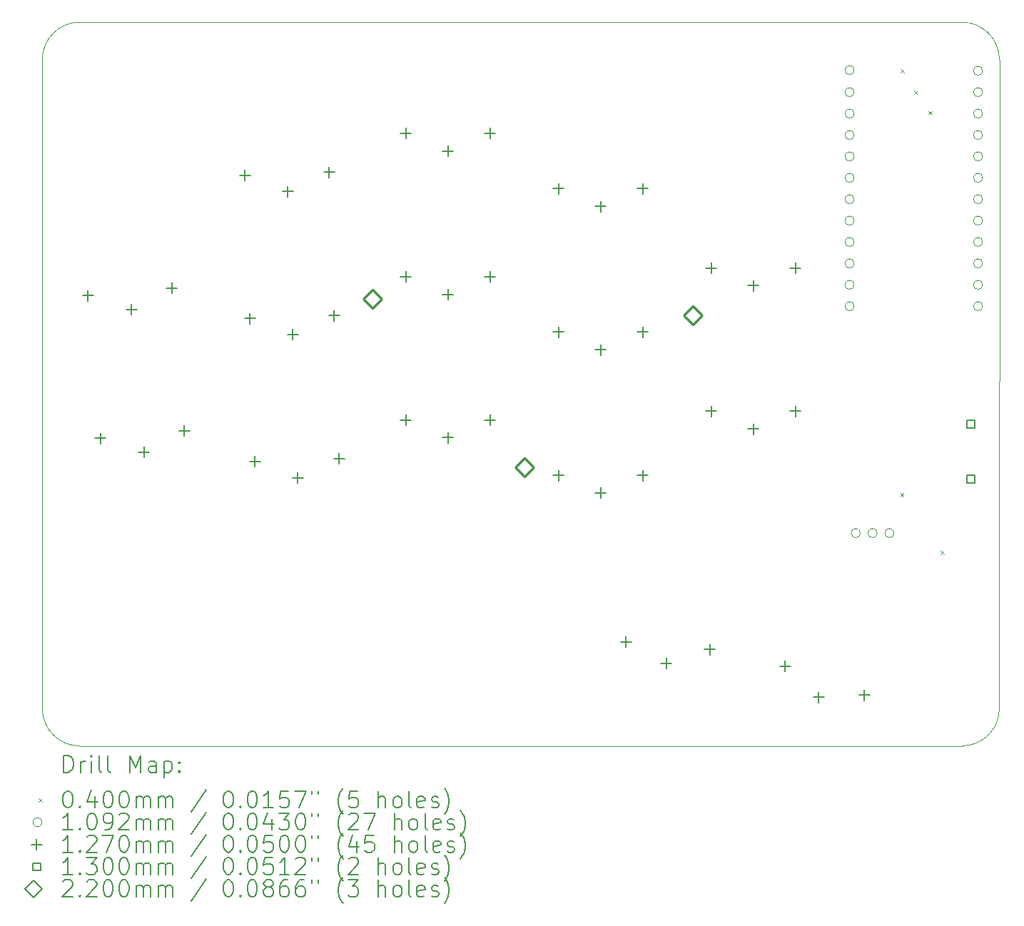
<source format=gbr>
%FSLAX45Y45*%
G04 Gerber Fmt 4.5, Leading zero omitted, Abs format (unit mm)*
G04 Created by KiCad (PCBNEW (6.0.4)) date 2022-06-21 01:29:24*
%MOMM*%
%LPD*%
G01*
G04 APERTURE LIST*
%TA.AperFunction,Profile*%
%ADD10C,0.050000*%
%TD*%
%ADD11C,0.200000*%
%ADD12C,0.040000*%
%ADD13C,0.109220*%
%ADD14C,0.127000*%
%ADD15C,0.130000*%
%ADD16C,0.220000*%
G04 APERTURE END LIST*
D10*
X16191709Y11820509D02*
G75*
G03*
X15747209Y12265009I-444499J1D01*
G01*
X4836209Y4119509D02*
G75*
G03*
X5280709Y3675009I444501J1D01*
G01*
X16191348Y4119674D02*
X16191709Y11820509D01*
X5280709Y3675009D02*
X15746848Y3675174D01*
X15747209Y12265009D02*
X5280345Y12265295D01*
X5280345Y12265295D02*
G75*
G03*
X4835845Y11820795I-1J-444499D01*
G01*
X15746848Y3675172D02*
G75*
G03*
X16191348Y4119674I2J444498D01*
G01*
X4835845Y11820795D02*
X4836209Y4119509D01*
D11*
D12*
X15016800Y6674800D02*
X15056800Y6634800D01*
X15056800Y6674800D02*
X15016800Y6634800D01*
X15020181Y11706478D02*
X15060181Y11666478D01*
X15060181Y11706478D02*
X15020181Y11666478D01*
X15181900Y11450000D02*
X15221900Y11410000D01*
X15221900Y11450000D02*
X15181900Y11410000D01*
X15349116Y11210816D02*
X15389116Y11170816D01*
X15389116Y11210816D02*
X15349116Y11170816D01*
X15496511Y5989000D02*
X15536511Y5949000D01*
X15536511Y5989000D02*
X15496511Y5949000D01*
D13*
X14469110Y11696700D02*
G75*
G03*
X14469110Y11696700I-54610J0D01*
G01*
X14469110Y11434325D02*
G75*
G03*
X14469110Y11434325I-54610J0D01*
G01*
X14469110Y11180325D02*
G75*
G03*
X14469110Y11180325I-54610J0D01*
G01*
X14469110Y10926325D02*
G75*
G03*
X14469110Y10926325I-54610J0D01*
G01*
X14469110Y10672325D02*
G75*
G03*
X14469110Y10672325I-54610J0D01*
G01*
X14469110Y10418325D02*
G75*
G03*
X14469110Y10418325I-54610J0D01*
G01*
X14469110Y10164325D02*
G75*
G03*
X14469110Y10164325I-54610J0D01*
G01*
X14469110Y9910325D02*
G75*
G03*
X14469110Y9910325I-54610J0D01*
G01*
X14469110Y9656325D02*
G75*
G03*
X14469110Y9656325I-54610J0D01*
G01*
X14469110Y9402325D02*
G75*
G03*
X14469110Y9402325I-54610J0D01*
G01*
X14469110Y9148325D02*
G75*
G03*
X14469110Y9148325I-54610J0D01*
G01*
X14469110Y8894325D02*
G75*
G03*
X14469110Y8894325I-54610J0D01*
G01*
X14541796Y6201138D02*
G75*
G03*
X14541796Y6201138I-54610J0D01*
G01*
X14741796Y6201138D02*
G75*
G03*
X14741796Y6201138I-54610J0D01*
G01*
X14941796Y6201138D02*
G75*
G03*
X14941796Y6201138I-54610J0D01*
G01*
X15993110Y11688325D02*
G75*
G03*
X15993110Y11688325I-54610J0D01*
G01*
X15993110Y11434325D02*
G75*
G03*
X15993110Y11434325I-54610J0D01*
G01*
X15993110Y11180325D02*
G75*
G03*
X15993110Y11180325I-54610J0D01*
G01*
X15993110Y10926325D02*
G75*
G03*
X15993110Y10926325I-54610J0D01*
G01*
X15993110Y10672325D02*
G75*
G03*
X15993110Y10672325I-54610J0D01*
G01*
X15993110Y10418325D02*
G75*
G03*
X15993110Y10418325I-54610J0D01*
G01*
X15993110Y10164325D02*
G75*
G03*
X15993110Y10164325I-54610J0D01*
G01*
X15993110Y9910325D02*
G75*
G03*
X15993110Y9910325I-54610J0D01*
G01*
X15993110Y9656325D02*
G75*
G03*
X15993110Y9656325I-54610J0D01*
G01*
X15993110Y9402325D02*
G75*
G03*
X15993110Y9402325I-54610J0D01*
G01*
X15993110Y9148325D02*
G75*
G03*
X15993110Y9148325I-54610J0D01*
G01*
X15993110Y8894325D02*
G75*
G03*
X15993110Y8894325I-54610J0D01*
G01*
D14*
X5377015Y9085704D02*
X5377015Y8958704D01*
X5313515Y9022204D02*
X5440515Y9022204D01*
X5525180Y7392172D02*
X5525180Y7265172D01*
X5461680Y7328672D02*
X5588680Y7328672D01*
X5893415Y8920081D02*
X5893415Y8793081D01*
X5829915Y8856581D02*
X5956915Y8856581D01*
X6041580Y7226549D02*
X6041580Y7099549D01*
X5978080Y7163049D02*
X6105080Y7163049D01*
X6373210Y9172859D02*
X6373210Y9045859D01*
X6309710Y9109359D02*
X6436710Y9109359D01*
X6521374Y7479328D02*
X6521374Y7352328D01*
X6457874Y7415828D02*
X6584874Y7415828D01*
X7240559Y10512126D02*
X7240559Y10385126D01*
X7177059Y10448626D02*
X7304059Y10448626D01*
X7299888Y8813162D02*
X7299888Y8686162D01*
X7236388Y8749662D02*
X7363388Y8749662D01*
X7359217Y7114198D02*
X7359217Y6987198D01*
X7295717Y7050698D02*
X7422717Y7050698D01*
X7747583Y10319704D02*
X7747583Y10192704D01*
X7684083Y10256204D02*
X7811083Y10256204D01*
X7806912Y8620740D02*
X7806912Y8493740D01*
X7743412Y8557240D02*
X7870412Y8557240D01*
X7866242Y6921775D02*
X7866242Y6794775D01*
X7802742Y6858275D02*
X7929742Y6858275D01*
X8239950Y10547026D02*
X8239950Y10420026D01*
X8176450Y10483526D02*
X8303450Y10483526D01*
X8299279Y8848062D02*
X8299279Y8721062D01*
X8235779Y8784562D02*
X8362779Y8784562D01*
X8358608Y7149097D02*
X8358608Y7022097D01*
X8295108Y7085597D02*
X8422108Y7085597D01*
X9149582Y9308199D02*
X9149582Y9181199D01*
X9086082Y9244699D02*
X9213082Y9244699D01*
X9149582Y7608199D02*
X9149582Y7481199D01*
X9086082Y7544699D02*
X9213082Y7544699D01*
X9149582Y11008199D02*
X9149582Y10881199D01*
X9086082Y10944699D02*
X9213082Y10944699D01*
X9649582Y9098199D02*
X9649582Y8971199D01*
X9586082Y9034699D02*
X9713082Y9034699D01*
X9649582Y7398199D02*
X9649582Y7271199D01*
X9586082Y7334699D02*
X9713082Y7334699D01*
X9649582Y10798199D02*
X9649582Y10671199D01*
X9586082Y10734699D02*
X9713082Y10734699D01*
X10149582Y9308199D02*
X10149582Y9181199D01*
X10086082Y9244699D02*
X10213082Y9244699D01*
X10149582Y7608199D02*
X10149582Y7481199D01*
X10086082Y7544699D02*
X10213082Y7544699D01*
X10149582Y11008199D02*
X10149582Y10881199D01*
X10086082Y10944699D02*
X10213082Y10944699D01*
X10961109Y10352102D02*
X10961109Y10225102D01*
X10897609Y10288602D02*
X11024609Y10288602D01*
X10961109Y8652102D02*
X10961109Y8525102D01*
X10897609Y8588602D02*
X11024609Y8588602D01*
X10961109Y6952102D02*
X10961109Y6825102D01*
X10897609Y6888602D02*
X11024609Y6888602D01*
X11461109Y10142102D02*
X11461109Y10015102D01*
X11397609Y10078602D02*
X11524609Y10078602D01*
X11461109Y8442102D02*
X11461109Y8315102D01*
X11397609Y8378602D02*
X11524609Y8378602D01*
X11461109Y6742102D02*
X11461109Y6615102D01*
X11397609Y6678602D02*
X11524609Y6678602D01*
X11759785Y4971682D02*
X11759785Y4844682D01*
X11696285Y4908182D02*
X11823285Y4908182D01*
X11961109Y10352102D02*
X11961109Y10225102D01*
X11897609Y10288602D02*
X12024609Y10288602D01*
X11961109Y8652102D02*
X11961109Y8525102D01*
X11897609Y8588602D02*
X12024609Y8588602D01*
X11961109Y6952102D02*
X11961109Y6825102D01*
X11897609Y6888602D02*
X12024609Y6888602D01*
X12239580Y4718903D02*
X12239580Y4591903D01*
X12176080Y4655403D02*
X12303080Y4655403D01*
X12755980Y4884526D02*
X12755980Y4757526D01*
X12692480Y4821026D02*
X12819480Y4821026D01*
X12771828Y9411385D02*
X12771828Y9284385D01*
X12708328Y9347885D02*
X12835328Y9347885D01*
X12771828Y7711385D02*
X12771828Y7584385D01*
X12708328Y7647885D02*
X12835328Y7647885D01*
X13271828Y9201385D02*
X13271828Y9074385D01*
X13208328Y9137885D02*
X13335328Y9137885D01*
X13271828Y7501385D02*
X13271828Y7374385D01*
X13208328Y7437885D02*
X13335328Y7437885D01*
X13650121Y4686300D02*
X13650121Y4559300D01*
X13586621Y4622800D02*
X13713621Y4622800D01*
X13771828Y9411385D02*
X13771828Y9284385D01*
X13708328Y9347885D02*
X13835328Y9347885D01*
X13771828Y7711385D02*
X13771828Y7584385D01*
X13708328Y7647885D02*
X13835328Y7647885D01*
X14048143Y4317955D02*
X14048143Y4190954D01*
X13984643Y4254455D02*
X14111643Y4254455D01*
X14589814Y4344280D02*
X14589814Y4217280D01*
X14526314Y4280780D02*
X14653314Y4280780D01*
D15*
X15895562Y7447038D02*
X15895562Y7538962D01*
X15803638Y7538962D01*
X15803638Y7447038D01*
X15895562Y7447038D01*
X15895562Y6797038D02*
X15895562Y6888962D01*
X15803638Y6888962D01*
X15803638Y6797038D01*
X15895562Y6797038D01*
D16*
X8752419Y8872937D02*
X8862419Y8982937D01*
X8752419Y9092937D01*
X8642419Y8982937D01*
X8752419Y8872937D01*
X10555109Y6870848D02*
X10665109Y6980848D01*
X10555109Y7090848D01*
X10445109Y6980848D01*
X10555109Y6870848D01*
X12557198Y8673537D02*
X12667198Y8783537D01*
X12557198Y8893537D01*
X12447198Y8783537D01*
X12557198Y8673537D01*
D11*
X5090964Y3362033D02*
X5090964Y3562033D01*
X5138583Y3562033D01*
X5167154Y3552509D01*
X5186202Y3533461D01*
X5195726Y3514414D01*
X5205250Y3476318D01*
X5205250Y3447747D01*
X5195726Y3409652D01*
X5186202Y3390604D01*
X5167154Y3371557D01*
X5138583Y3362033D01*
X5090964Y3362033D01*
X5290964Y3362033D02*
X5290964Y3495366D01*
X5290964Y3457271D02*
X5300488Y3476318D01*
X5310011Y3485842D01*
X5329059Y3495366D01*
X5348107Y3495366D01*
X5414773Y3362033D02*
X5414773Y3495366D01*
X5414773Y3562033D02*
X5405250Y3552509D01*
X5414773Y3542985D01*
X5424297Y3552509D01*
X5414773Y3562033D01*
X5414773Y3542985D01*
X5538583Y3362033D02*
X5519535Y3371557D01*
X5510011Y3390604D01*
X5510011Y3562033D01*
X5643345Y3362033D02*
X5624297Y3371557D01*
X5614773Y3390604D01*
X5614773Y3562033D01*
X5871916Y3362033D02*
X5871916Y3562033D01*
X5938583Y3419176D01*
X6005249Y3562033D01*
X6005249Y3362033D01*
X6186202Y3362033D02*
X6186202Y3466795D01*
X6176678Y3485842D01*
X6157630Y3495366D01*
X6119535Y3495366D01*
X6100488Y3485842D01*
X6186202Y3371557D02*
X6167154Y3362033D01*
X6119535Y3362033D01*
X6100488Y3371557D01*
X6090964Y3390604D01*
X6090964Y3409652D01*
X6100488Y3428699D01*
X6119535Y3438223D01*
X6167154Y3438223D01*
X6186202Y3447747D01*
X6281440Y3495366D02*
X6281440Y3295366D01*
X6281440Y3485842D02*
X6300488Y3495366D01*
X6338583Y3495366D01*
X6357630Y3485842D01*
X6367154Y3476318D01*
X6376678Y3457271D01*
X6376678Y3400128D01*
X6367154Y3381080D01*
X6357630Y3371557D01*
X6338583Y3362033D01*
X6300488Y3362033D01*
X6281440Y3371557D01*
X6462392Y3381080D02*
X6471916Y3371557D01*
X6462392Y3362033D01*
X6452869Y3371557D01*
X6462392Y3381080D01*
X6462392Y3362033D01*
X6462392Y3485842D02*
X6471916Y3476318D01*
X6462392Y3466795D01*
X6452869Y3476318D01*
X6462392Y3485842D01*
X6462392Y3466795D01*
D12*
X4793345Y3052509D02*
X4833345Y3012509D01*
X4833345Y3052509D02*
X4793345Y3012509D01*
D11*
X5129059Y3142033D02*
X5148107Y3142033D01*
X5167154Y3132509D01*
X5176678Y3122985D01*
X5186202Y3103937D01*
X5195726Y3065842D01*
X5195726Y3018223D01*
X5186202Y2980128D01*
X5176678Y2961080D01*
X5167154Y2951557D01*
X5148107Y2942033D01*
X5129059Y2942033D01*
X5110011Y2951557D01*
X5100488Y2961080D01*
X5090964Y2980128D01*
X5081440Y3018223D01*
X5081440Y3065842D01*
X5090964Y3103937D01*
X5100488Y3122985D01*
X5110011Y3132509D01*
X5129059Y3142033D01*
X5281440Y2961080D02*
X5290964Y2951557D01*
X5281440Y2942033D01*
X5271916Y2951557D01*
X5281440Y2961080D01*
X5281440Y2942033D01*
X5462392Y3075366D02*
X5462392Y2942033D01*
X5414773Y3151557D02*
X5367154Y3008699D01*
X5490964Y3008699D01*
X5605249Y3142033D02*
X5624297Y3142033D01*
X5643345Y3132509D01*
X5652869Y3122985D01*
X5662392Y3103937D01*
X5671916Y3065842D01*
X5671916Y3018223D01*
X5662392Y2980128D01*
X5652869Y2961080D01*
X5643345Y2951557D01*
X5624297Y2942033D01*
X5605249Y2942033D01*
X5586202Y2951557D01*
X5576678Y2961080D01*
X5567154Y2980128D01*
X5557631Y3018223D01*
X5557631Y3065842D01*
X5567154Y3103937D01*
X5576678Y3122985D01*
X5586202Y3132509D01*
X5605249Y3142033D01*
X5795726Y3142033D02*
X5814773Y3142033D01*
X5833821Y3132509D01*
X5843345Y3122985D01*
X5852869Y3103937D01*
X5862392Y3065842D01*
X5862392Y3018223D01*
X5852869Y2980128D01*
X5843345Y2961080D01*
X5833821Y2951557D01*
X5814773Y2942033D01*
X5795726Y2942033D01*
X5776678Y2951557D01*
X5767154Y2961080D01*
X5757630Y2980128D01*
X5748107Y3018223D01*
X5748107Y3065842D01*
X5757630Y3103937D01*
X5767154Y3122985D01*
X5776678Y3132509D01*
X5795726Y3142033D01*
X5948107Y2942033D02*
X5948107Y3075366D01*
X5948107Y3056318D02*
X5957630Y3065842D01*
X5976678Y3075366D01*
X6005249Y3075366D01*
X6024297Y3065842D01*
X6033821Y3046795D01*
X6033821Y2942033D01*
X6033821Y3046795D02*
X6043345Y3065842D01*
X6062392Y3075366D01*
X6090964Y3075366D01*
X6110011Y3065842D01*
X6119535Y3046795D01*
X6119535Y2942033D01*
X6214773Y2942033D02*
X6214773Y3075366D01*
X6214773Y3056318D02*
X6224297Y3065842D01*
X6243345Y3075366D01*
X6271916Y3075366D01*
X6290964Y3065842D01*
X6300488Y3046795D01*
X6300488Y2942033D01*
X6300488Y3046795D02*
X6310011Y3065842D01*
X6329059Y3075366D01*
X6357630Y3075366D01*
X6376678Y3065842D01*
X6386202Y3046795D01*
X6386202Y2942033D01*
X6776678Y3151557D02*
X6605249Y2894414D01*
X7033821Y3142033D02*
X7052869Y3142033D01*
X7071916Y3132509D01*
X7081440Y3122985D01*
X7090964Y3103937D01*
X7100488Y3065842D01*
X7100488Y3018223D01*
X7090964Y2980128D01*
X7081440Y2961080D01*
X7071916Y2951557D01*
X7052869Y2942033D01*
X7033821Y2942033D01*
X7014773Y2951557D01*
X7005249Y2961080D01*
X6995726Y2980128D01*
X6986202Y3018223D01*
X6986202Y3065842D01*
X6995726Y3103937D01*
X7005249Y3122985D01*
X7014773Y3132509D01*
X7033821Y3142033D01*
X7186202Y2961080D02*
X7195726Y2951557D01*
X7186202Y2942033D01*
X7176678Y2951557D01*
X7186202Y2961080D01*
X7186202Y2942033D01*
X7319535Y3142033D02*
X7338583Y3142033D01*
X7357630Y3132509D01*
X7367154Y3122985D01*
X7376678Y3103937D01*
X7386202Y3065842D01*
X7386202Y3018223D01*
X7376678Y2980128D01*
X7367154Y2961080D01*
X7357630Y2951557D01*
X7338583Y2942033D01*
X7319535Y2942033D01*
X7300488Y2951557D01*
X7290964Y2961080D01*
X7281440Y2980128D01*
X7271916Y3018223D01*
X7271916Y3065842D01*
X7281440Y3103937D01*
X7290964Y3122985D01*
X7300488Y3132509D01*
X7319535Y3142033D01*
X7576678Y2942033D02*
X7462392Y2942033D01*
X7519535Y2942033D02*
X7519535Y3142033D01*
X7500488Y3113461D01*
X7481440Y3094414D01*
X7462392Y3084890D01*
X7757630Y3142033D02*
X7662392Y3142033D01*
X7652869Y3046795D01*
X7662392Y3056318D01*
X7681440Y3065842D01*
X7729059Y3065842D01*
X7748107Y3056318D01*
X7757630Y3046795D01*
X7767154Y3027747D01*
X7767154Y2980128D01*
X7757630Y2961080D01*
X7748107Y2951557D01*
X7729059Y2942033D01*
X7681440Y2942033D01*
X7662392Y2951557D01*
X7652869Y2961080D01*
X7833821Y3142033D02*
X7967154Y3142033D01*
X7881440Y2942033D01*
X8033821Y3142033D02*
X8033821Y3103937D01*
X8110011Y3142033D02*
X8110011Y3103937D01*
X8405250Y2865842D02*
X8395726Y2875366D01*
X8376678Y2903937D01*
X8367154Y2922985D01*
X8357630Y2951557D01*
X8348107Y2999176D01*
X8348107Y3037271D01*
X8357630Y3084890D01*
X8367154Y3113461D01*
X8376678Y3132509D01*
X8395726Y3161080D01*
X8405250Y3170604D01*
X8576678Y3142033D02*
X8481440Y3142033D01*
X8471916Y3046795D01*
X8481440Y3056318D01*
X8500488Y3065842D01*
X8548107Y3065842D01*
X8567154Y3056318D01*
X8576678Y3046795D01*
X8586202Y3027747D01*
X8586202Y2980128D01*
X8576678Y2961080D01*
X8567154Y2951557D01*
X8548107Y2942033D01*
X8500488Y2942033D01*
X8481440Y2951557D01*
X8471916Y2961080D01*
X8824297Y2942033D02*
X8824297Y3142033D01*
X8910011Y2942033D02*
X8910011Y3046795D01*
X8900488Y3065842D01*
X8881440Y3075366D01*
X8852869Y3075366D01*
X8833821Y3065842D01*
X8824297Y3056318D01*
X9033821Y2942033D02*
X9014773Y2951557D01*
X9005250Y2961080D01*
X8995726Y2980128D01*
X8995726Y3037271D01*
X9005250Y3056318D01*
X9014773Y3065842D01*
X9033821Y3075366D01*
X9062392Y3075366D01*
X9081440Y3065842D01*
X9090964Y3056318D01*
X9100488Y3037271D01*
X9100488Y2980128D01*
X9090964Y2961080D01*
X9081440Y2951557D01*
X9062392Y2942033D01*
X9033821Y2942033D01*
X9214773Y2942033D02*
X9195726Y2951557D01*
X9186202Y2970604D01*
X9186202Y3142033D01*
X9367154Y2951557D02*
X9348107Y2942033D01*
X9310011Y2942033D01*
X9290964Y2951557D01*
X9281440Y2970604D01*
X9281440Y3046795D01*
X9290964Y3065842D01*
X9310011Y3075366D01*
X9348107Y3075366D01*
X9367154Y3065842D01*
X9376678Y3046795D01*
X9376678Y3027747D01*
X9281440Y3008699D01*
X9452869Y2951557D02*
X9471916Y2942033D01*
X9510011Y2942033D01*
X9529059Y2951557D01*
X9538583Y2970604D01*
X9538583Y2980128D01*
X9529059Y2999176D01*
X9510011Y3008699D01*
X9481440Y3008699D01*
X9462392Y3018223D01*
X9452869Y3037271D01*
X9452869Y3046795D01*
X9462392Y3065842D01*
X9481440Y3075366D01*
X9510011Y3075366D01*
X9529059Y3065842D01*
X9605250Y2865842D02*
X9614773Y2875366D01*
X9633821Y2903937D01*
X9643345Y2922985D01*
X9652869Y2951557D01*
X9662392Y2999176D01*
X9662392Y3037271D01*
X9652869Y3084890D01*
X9643345Y3113461D01*
X9633821Y3132509D01*
X9614773Y3161080D01*
X9605250Y3170604D01*
D13*
X4833345Y2768509D02*
G75*
G03*
X4833345Y2768509I-54610J0D01*
G01*
D11*
X5195726Y2678033D02*
X5081440Y2678033D01*
X5138583Y2678033D02*
X5138583Y2878033D01*
X5119535Y2849461D01*
X5100488Y2830414D01*
X5081440Y2820890D01*
X5281440Y2697080D02*
X5290964Y2687557D01*
X5281440Y2678033D01*
X5271916Y2687557D01*
X5281440Y2697080D01*
X5281440Y2678033D01*
X5414773Y2878033D02*
X5433821Y2878033D01*
X5452869Y2868509D01*
X5462392Y2858985D01*
X5471916Y2839937D01*
X5481440Y2801842D01*
X5481440Y2754223D01*
X5471916Y2716128D01*
X5462392Y2697080D01*
X5452869Y2687557D01*
X5433821Y2678033D01*
X5414773Y2678033D01*
X5395726Y2687557D01*
X5386202Y2697080D01*
X5376678Y2716128D01*
X5367154Y2754223D01*
X5367154Y2801842D01*
X5376678Y2839937D01*
X5386202Y2858985D01*
X5395726Y2868509D01*
X5414773Y2878033D01*
X5576678Y2678033D02*
X5614773Y2678033D01*
X5633821Y2687557D01*
X5643345Y2697080D01*
X5662392Y2725652D01*
X5671916Y2763747D01*
X5671916Y2839937D01*
X5662392Y2858985D01*
X5652869Y2868509D01*
X5633821Y2878033D01*
X5595726Y2878033D01*
X5576678Y2868509D01*
X5567154Y2858985D01*
X5557631Y2839937D01*
X5557631Y2792319D01*
X5567154Y2773271D01*
X5576678Y2763747D01*
X5595726Y2754223D01*
X5633821Y2754223D01*
X5652869Y2763747D01*
X5662392Y2773271D01*
X5671916Y2792319D01*
X5748107Y2858985D02*
X5757630Y2868509D01*
X5776678Y2878033D01*
X5824297Y2878033D01*
X5843345Y2868509D01*
X5852869Y2858985D01*
X5862392Y2839937D01*
X5862392Y2820890D01*
X5852869Y2792319D01*
X5738583Y2678033D01*
X5862392Y2678033D01*
X5948107Y2678033D02*
X5948107Y2811366D01*
X5948107Y2792319D02*
X5957630Y2801842D01*
X5976678Y2811366D01*
X6005249Y2811366D01*
X6024297Y2801842D01*
X6033821Y2782795D01*
X6033821Y2678033D01*
X6033821Y2782795D02*
X6043345Y2801842D01*
X6062392Y2811366D01*
X6090964Y2811366D01*
X6110011Y2801842D01*
X6119535Y2782795D01*
X6119535Y2678033D01*
X6214773Y2678033D02*
X6214773Y2811366D01*
X6214773Y2792319D02*
X6224297Y2801842D01*
X6243345Y2811366D01*
X6271916Y2811366D01*
X6290964Y2801842D01*
X6300488Y2782795D01*
X6300488Y2678033D01*
X6300488Y2782795D02*
X6310011Y2801842D01*
X6329059Y2811366D01*
X6357630Y2811366D01*
X6376678Y2801842D01*
X6386202Y2782795D01*
X6386202Y2678033D01*
X6776678Y2887557D02*
X6605249Y2630414D01*
X7033821Y2878033D02*
X7052869Y2878033D01*
X7071916Y2868509D01*
X7081440Y2858985D01*
X7090964Y2839937D01*
X7100488Y2801842D01*
X7100488Y2754223D01*
X7090964Y2716128D01*
X7081440Y2697080D01*
X7071916Y2687557D01*
X7052869Y2678033D01*
X7033821Y2678033D01*
X7014773Y2687557D01*
X7005249Y2697080D01*
X6995726Y2716128D01*
X6986202Y2754223D01*
X6986202Y2801842D01*
X6995726Y2839937D01*
X7005249Y2858985D01*
X7014773Y2868509D01*
X7033821Y2878033D01*
X7186202Y2697080D02*
X7195726Y2687557D01*
X7186202Y2678033D01*
X7176678Y2687557D01*
X7186202Y2697080D01*
X7186202Y2678033D01*
X7319535Y2878033D02*
X7338583Y2878033D01*
X7357630Y2868509D01*
X7367154Y2858985D01*
X7376678Y2839937D01*
X7386202Y2801842D01*
X7386202Y2754223D01*
X7376678Y2716128D01*
X7367154Y2697080D01*
X7357630Y2687557D01*
X7338583Y2678033D01*
X7319535Y2678033D01*
X7300488Y2687557D01*
X7290964Y2697080D01*
X7281440Y2716128D01*
X7271916Y2754223D01*
X7271916Y2801842D01*
X7281440Y2839937D01*
X7290964Y2858985D01*
X7300488Y2868509D01*
X7319535Y2878033D01*
X7557630Y2811366D02*
X7557630Y2678033D01*
X7510011Y2887557D02*
X7462392Y2744699D01*
X7586202Y2744699D01*
X7643345Y2878033D02*
X7767154Y2878033D01*
X7700488Y2801842D01*
X7729059Y2801842D01*
X7748107Y2792319D01*
X7757630Y2782795D01*
X7767154Y2763747D01*
X7767154Y2716128D01*
X7757630Y2697080D01*
X7748107Y2687557D01*
X7729059Y2678033D01*
X7671916Y2678033D01*
X7652869Y2687557D01*
X7643345Y2697080D01*
X7890964Y2878033D02*
X7910011Y2878033D01*
X7929059Y2868509D01*
X7938583Y2858985D01*
X7948107Y2839937D01*
X7957630Y2801842D01*
X7957630Y2754223D01*
X7948107Y2716128D01*
X7938583Y2697080D01*
X7929059Y2687557D01*
X7910011Y2678033D01*
X7890964Y2678033D01*
X7871916Y2687557D01*
X7862392Y2697080D01*
X7852869Y2716128D01*
X7843345Y2754223D01*
X7843345Y2801842D01*
X7852869Y2839937D01*
X7862392Y2858985D01*
X7871916Y2868509D01*
X7890964Y2878033D01*
X8033821Y2878033D02*
X8033821Y2839937D01*
X8110011Y2878033D02*
X8110011Y2839937D01*
X8405250Y2601842D02*
X8395726Y2611366D01*
X8376678Y2639938D01*
X8367154Y2658985D01*
X8357630Y2687557D01*
X8348107Y2735176D01*
X8348107Y2773271D01*
X8357630Y2820890D01*
X8367154Y2849461D01*
X8376678Y2868509D01*
X8395726Y2897080D01*
X8405250Y2906604D01*
X8471916Y2858985D02*
X8481440Y2868509D01*
X8500488Y2878033D01*
X8548107Y2878033D01*
X8567154Y2868509D01*
X8576678Y2858985D01*
X8586202Y2839937D01*
X8586202Y2820890D01*
X8576678Y2792319D01*
X8462392Y2678033D01*
X8586202Y2678033D01*
X8652869Y2878033D02*
X8786202Y2878033D01*
X8700488Y2678033D01*
X9014773Y2678033D02*
X9014773Y2878033D01*
X9100488Y2678033D02*
X9100488Y2782795D01*
X9090964Y2801842D01*
X9071916Y2811366D01*
X9043345Y2811366D01*
X9024297Y2801842D01*
X9014773Y2792319D01*
X9224297Y2678033D02*
X9205250Y2687557D01*
X9195726Y2697080D01*
X9186202Y2716128D01*
X9186202Y2773271D01*
X9195726Y2792319D01*
X9205250Y2801842D01*
X9224297Y2811366D01*
X9252869Y2811366D01*
X9271916Y2801842D01*
X9281440Y2792319D01*
X9290964Y2773271D01*
X9290964Y2716128D01*
X9281440Y2697080D01*
X9271916Y2687557D01*
X9252869Y2678033D01*
X9224297Y2678033D01*
X9405250Y2678033D02*
X9386202Y2687557D01*
X9376678Y2706604D01*
X9376678Y2878033D01*
X9557631Y2687557D02*
X9538583Y2678033D01*
X9500488Y2678033D01*
X9481440Y2687557D01*
X9471916Y2706604D01*
X9471916Y2782795D01*
X9481440Y2801842D01*
X9500488Y2811366D01*
X9538583Y2811366D01*
X9557631Y2801842D01*
X9567154Y2782795D01*
X9567154Y2763747D01*
X9471916Y2744699D01*
X9643345Y2687557D02*
X9662392Y2678033D01*
X9700488Y2678033D01*
X9719535Y2687557D01*
X9729059Y2706604D01*
X9729059Y2716128D01*
X9719535Y2735176D01*
X9700488Y2744699D01*
X9671916Y2744699D01*
X9652869Y2754223D01*
X9643345Y2773271D01*
X9643345Y2782795D01*
X9652869Y2801842D01*
X9671916Y2811366D01*
X9700488Y2811366D01*
X9719535Y2801842D01*
X9795726Y2601842D02*
X9805250Y2611366D01*
X9824297Y2639938D01*
X9833821Y2658985D01*
X9843345Y2687557D01*
X9852869Y2735176D01*
X9852869Y2773271D01*
X9843345Y2820890D01*
X9833821Y2849461D01*
X9824297Y2868509D01*
X9805250Y2897080D01*
X9795726Y2906604D01*
D14*
X4769845Y2568009D02*
X4769845Y2441009D01*
X4706345Y2504509D02*
X4833345Y2504509D01*
D11*
X5195726Y2414033D02*
X5081440Y2414033D01*
X5138583Y2414033D02*
X5138583Y2614033D01*
X5119535Y2585461D01*
X5100488Y2566414D01*
X5081440Y2556890D01*
X5281440Y2433080D02*
X5290964Y2423557D01*
X5281440Y2414033D01*
X5271916Y2423557D01*
X5281440Y2433080D01*
X5281440Y2414033D01*
X5367154Y2594985D02*
X5376678Y2604509D01*
X5395726Y2614033D01*
X5443345Y2614033D01*
X5462392Y2604509D01*
X5471916Y2594985D01*
X5481440Y2575938D01*
X5481440Y2556890D01*
X5471916Y2528319D01*
X5357631Y2414033D01*
X5481440Y2414033D01*
X5548107Y2614033D02*
X5681440Y2614033D01*
X5595726Y2414033D01*
X5795726Y2614033D02*
X5814773Y2614033D01*
X5833821Y2604509D01*
X5843345Y2594985D01*
X5852869Y2575938D01*
X5862392Y2537842D01*
X5862392Y2490223D01*
X5852869Y2452128D01*
X5843345Y2433080D01*
X5833821Y2423557D01*
X5814773Y2414033D01*
X5795726Y2414033D01*
X5776678Y2423557D01*
X5767154Y2433080D01*
X5757630Y2452128D01*
X5748107Y2490223D01*
X5748107Y2537842D01*
X5757630Y2575938D01*
X5767154Y2594985D01*
X5776678Y2604509D01*
X5795726Y2614033D01*
X5948107Y2414033D02*
X5948107Y2547366D01*
X5948107Y2528319D02*
X5957630Y2537842D01*
X5976678Y2547366D01*
X6005249Y2547366D01*
X6024297Y2537842D01*
X6033821Y2518795D01*
X6033821Y2414033D01*
X6033821Y2518795D02*
X6043345Y2537842D01*
X6062392Y2547366D01*
X6090964Y2547366D01*
X6110011Y2537842D01*
X6119535Y2518795D01*
X6119535Y2414033D01*
X6214773Y2414033D02*
X6214773Y2547366D01*
X6214773Y2528319D02*
X6224297Y2537842D01*
X6243345Y2547366D01*
X6271916Y2547366D01*
X6290964Y2537842D01*
X6300488Y2518795D01*
X6300488Y2414033D01*
X6300488Y2518795D02*
X6310011Y2537842D01*
X6329059Y2547366D01*
X6357630Y2547366D01*
X6376678Y2537842D01*
X6386202Y2518795D01*
X6386202Y2414033D01*
X6776678Y2623557D02*
X6605249Y2366414D01*
X7033821Y2614033D02*
X7052869Y2614033D01*
X7071916Y2604509D01*
X7081440Y2594985D01*
X7090964Y2575938D01*
X7100488Y2537842D01*
X7100488Y2490223D01*
X7090964Y2452128D01*
X7081440Y2433080D01*
X7071916Y2423557D01*
X7052869Y2414033D01*
X7033821Y2414033D01*
X7014773Y2423557D01*
X7005249Y2433080D01*
X6995726Y2452128D01*
X6986202Y2490223D01*
X6986202Y2537842D01*
X6995726Y2575938D01*
X7005249Y2594985D01*
X7014773Y2604509D01*
X7033821Y2614033D01*
X7186202Y2433080D02*
X7195726Y2423557D01*
X7186202Y2414033D01*
X7176678Y2423557D01*
X7186202Y2433080D01*
X7186202Y2414033D01*
X7319535Y2614033D02*
X7338583Y2614033D01*
X7357630Y2604509D01*
X7367154Y2594985D01*
X7376678Y2575938D01*
X7386202Y2537842D01*
X7386202Y2490223D01*
X7376678Y2452128D01*
X7367154Y2433080D01*
X7357630Y2423557D01*
X7338583Y2414033D01*
X7319535Y2414033D01*
X7300488Y2423557D01*
X7290964Y2433080D01*
X7281440Y2452128D01*
X7271916Y2490223D01*
X7271916Y2537842D01*
X7281440Y2575938D01*
X7290964Y2594985D01*
X7300488Y2604509D01*
X7319535Y2614033D01*
X7567154Y2614033D02*
X7471916Y2614033D01*
X7462392Y2518795D01*
X7471916Y2528319D01*
X7490964Y2537842D01*
X7538583Y2537842D01*
X7557630Y2528319D01*
X7567154Y2518795D01*
X7576678Y2499747D01*
X7576678Y2452128D01*
X7567154Y2433080D01*
X7557630Y2423557D01*
X7538583Y2414033D01*
X7490964Y2414033D01*
X7471916Y2423557D01*
X7462392Y2433080D01*
X7700488Y2614033D02*
X7719535Y2614033D01*
X7738583Y2604509D01*
X7748107Y2594985D01*
X7757630Y2575938D01*
X7767154Y2537842D01*
X7767154Y2490223D01*
X7757630Y2452128D01*
X7748107Y2433080D01*
X7738583Y2423557D01*
X7719535Y2414033D01*
X7700488Y2414033D01*
X7681440Y2423557D01*
X7671916Y2433080D01*
X7662392Y2452128D01*
X7652869Y2490223D01*
X7652869Y2537842D01*
X7662392Y2575938D01*
X7671916Y2594985D01*
X7681440Y2604509D01*
X7700488Y2614033D01*
X7890964Y2614033D02*
X7910011Y2614033D01*
X7929059Y2604509D01*
X7938583Y2594985D01*
X7948107Y2575938D01*
X7957630Y2537842D01*
X7957630Y2490223D01*
X7948107Y2452128D01*
X7938583Y2433080D01*
X7929059Y2423557D01*
X7910011Y2414033D01*
X7890964Y2414033D01*
X7871916Y2423557D01*
X7862392Y2433080D01*
X7852869Y2452128D01*
X7843345Y2490223D01*
X7843345Y2537842D01*
X7852869Y2575938D01*
X7862392Y2594985D01*
X7871916Y2604509D01*
X7890964Y2614033D01*
X8033821Y2614033D02*
X8033821Y2575938D01*
X8110011Y2614033D02*
X8110011Y2575938D01*
X8405250Y2337842D02*
X8395726Y2347366D01*
X8376678Y2375938D01*
X8367154Y2394985D01*
X8357630Y2423557D01*
X8348107Y2471176D01*
X8348107Y2509271D01*
X8357630Y2556890D01*
X8367154Y2585461D01*
X8376678Y2604509D01*
X8395726Y2633080D01*
X8405250Y2642604D01*
X8567154Y2547366D02*
X8567154Y2414033D01*
X8519535Y2623557D02*
X8471916Y2480699D01*
X8595726Y2480699D01*
X8767154Y2614033D02*
X8671916Y2614033D01*
X8662392Y2518795D01*
X8671916Y2528319D01*
X8690964Y2537842D01*
X8738583Y2537842D01*
X8757631Y2528319D01*
X8767154Y2518795D01*
X8776678Y2499747D01*
X8776678Y2452128D01*
X8767154Y2433080D01*
X8757631Y2423557D01*
X8738583Y2414033D01*
X8690964Y2414033D01*
X8671916Y2423557D01*
X8662392Y2433080D01*
X9014773Y2414033D02*
X9014773Y2614033D01*
X9100488Y2414033D02*
X9100488Y2518795D01*
X9090964Y2537842D01*
X9071916Y2547366D01*
X9043345Y2547366D01*
X9024297Y2537842D01*
X9014773Y2528319D01*
X9224297Y2414033D02*
X9205250Y2423557D01*
X9195726Y2433080D01*
X9186202Y2452128D01*
X9186202Y2509271D01*
X9195726Y2528319D01*
X9205250Y2537842D01*
X9224297Y2547366D01*
X9252869Y2547366D01*
X9271916Y2537842D01*
X9281440Y2528319D01*
X9290964Y2509271D01*
X9290964Y2452128D01*
X9281440Y2433080D01*
X9271916Y2423557D01*
X9252869Y2414033D01*
X9224297Y2414033D01*
X9405250Y2414033D02*
X9386202Y2423557D01*
X9376678Y2442604D01*
X9376678Y2614033D01*
X9557631Y2423557D02*
X9538583Y2414033D01*
X9500488Y2414033D01*
X9481440Y2423557D01*
X9471916Y2442604D01*
X9471916Y2518795D01*
X9481440Y2537842D01*
X9500488Y2547366D01*
X9538583Y2547366D01*
X9557631Y2537842D01*
X9567154Y2518795D01*
X9567154Y2499747D01*
X9471916Y2480699D01*
X9643345Y2423557D02*
X9662392Y2414033D01*
X9700488Y2414033D01*
X9719535Y2423557D01*
X9729059Y2442604D01*
X9729059Y2452128D01*
X9719535Y2471176D01*
X9700488Y2480699D01*
X9671916Y2480699D01*
X9652869Y2490223D01*
X9643345Y2509271D01*
X9643345Y2518795D01*
X9652869Y2537842D01*
X9671916Y2547366D01*
X9700488Y2547366D01*
X9719535Y2537842D01*
X9795726Y2337842D02*
X9805250Y2347366D01*
X9824297Y2375938D01*
X9833821Y2394985D01*
X9843345Y2423557D01*
X9852869Y2471176D01*
X9852869Y2509271D01*
X9843345Y2556890D01*
X9833821Y2585461D01*
X9824297Y2604509D01*
X9805250Y2633080D01*
X9795726Y2642604D01*
D15*
X4814307Y2194547D02*
X4814307Y2286471D01*
X4722382Y2286471D01*
X4722382Y2194547D01*
X4814307Y2194547D01*
D11*
X5195726Y2150033D02*
X5081440Y2150033D01*
X5138583Y2150033D02*
X5138583Y2350033D01*
X5119535Y2321461D01*
X5100488Y2302414D01*
X5081440Y2292890D01*
X5281440Y2169080D02*
X5290964Y2159557D01*
X5281440Y2150033D01*
X5271916Y2159557D01*
X5281440Y2169080D01*
X5281440Y2150033D01*
X5357631Y2350033D02*
X5481440Y2350033D01*
X5414773Y2273842D01*
X5443345Y2273842D01*
X5462392Y2264319D01*
X5471916Y2254795D01*
X5481440Y2235747D01*
X5481440Y2188128D01*
X5471916Y2169080D01*
X5462392Y2159557D01*
X5443345Y2150033D01*
X5386202Y2150033D01*
X5367154Y2159557D01*
X5357631Y2169080D01*
X5605249Y2350033D02*
X5624297Y2350033D01*
X5643345Y2340509D01*
X5652869Y2330985D01*
X5662392Y2311938D01*
X5671916Y2273842D01*
X5671916Y2226223D01*
X5662392Y2188128D01*
X5652869Y2169080D01*
X5643345Y2159557D01*
X5624297Y2150033D01*
X5605249Y2150033D01*
X5586202Y2159557D01*
X5576678Y2169080D01*
X5567154Y2188128D01*
X5557631Y2226223D01*
X5557631Y2273842D01*
X5567154Y2311938D01*
X5576678Y2330985D01*
X5586202Y2340509D01*
X5605249Y2350033D01*
X5795726Y2350033D02*
X5814773Y2350033D01*
X5833821Y2340509D01*
X5843345Y2330985D01*
X5852869Y2311938D01*
X5862392Y2273842D01*
X5862392Y2226223D01*
X5852869Y2188128D01*
X5843345Y2169080D01*
X5833821Y2159557D01*
X5814773Y2150033D01*
X5795726Y2150033D01*
X5776678Y2159557D01*
X5767154Y2169080D01*
X5757630Y2188128D01*
X5748107Y2226223D01*
X5748107Y2273842D01*
X5757630Y2311938D01*
X5767154Y2330985D01*
X5776678Y2340509D01*
X5795726Y2350033D01*
X5948107Y2150033D02*
X5948107Y2283366D01*
X5948107Y2264319D02*
X5957630Y2273842D01*
X5976678Y2283366D01*
X6005249Y2283366D01*
X6024297Y2273842D01*
X6033821Y2254795D01*
X6033821Y2150033D01*
X6033821Y2254795D02*
X6043345Y2273842D01*
X6062392Y2283366D01*
X6090964Y2283366D01*
X6110011Y2273842D01*
X6119535Y2254795D01*
X6119535Y2150033D01*
X6214773Y2150033D02*
X6214773Y2283366D01*
X6214773Y2264319D02*
X6224297Y2273842D01*
X6243345Y2283366D01*
X6271916Y2283366D01*
X6290964Y2273842D01*
X6300488Y2254795D01*
X6300488Y2150033D01*
X6300488Y2254795D02*
X6310011Y2273842D01*
X6329059Y2283366D01*
X6357630Y2283366D01*
X6376678Y2273842D01*
X6386202Y2254795D01*
X6386202Y2150033D01*
X6776678Y2359557D02*
X6605249Y2102414D01*
X7033821Y2350033D02*
X7052869Y2350033D01*
X7071916Y2340509D01*
X7081440Y2330985D01*
X7090964Y2311938D01*
X7100488Y2273842D01*
X7100488Y2226223D01*
X7090964Y2188128D01*
X7081440Y2169080D01*
X7071916Y2159557D01*
X7052869Y2150033D01*
X7033821Y2150033D01*
X7014773Y2159557D01*
X7005249Y2169080D01*
X6995726Y2188128D01*
X6986202Y2226223D01*
X6986202Y2273842D01*
X6995726Y2311938D01*
X7005249Y2330985D01*
X7014773Y2340509D01*
X7033821Y2350033D01*
X7186202Y2169080D02*
X7195726Y2159557D01*
X7186202Y2150033D01*
X7176678Y2159557D01*
X7186202Y2169080D01*
X7186202Y2150033D01*
X7319535Y2350033D02*
X7338583Y2350033D01*
X7357630Y2340509D01*
X7367154Y2330985D01*
X7376678Y2311938D01*
X7386202Y2273842D01*
X7386202Y2226223D01*
X7376678Y2188128D01*
X7367154Y2169080D01*
X7357630Y2159557D01*
X7338583Y2150033D01*
X7319535Y2150033D01*
X7300488Y2159557D01*
X7290964Y2169080D01*
X7281440Y2188128D01*
X7271916Y2226223D01*
X7271916Y2273842D01*
X7281440Y2311938D01*
X7290964Y2330985D01*
X7300488Y2340509D01*
X7319535Y2350033D01*
X7567154Y2350033D02*
X7471916Y2350033D01*
X7462392Y2254795D01*
X7471916Y2264319D01*
X7490964Y2273842D01*
X7538583Y2273842D01*
X7557630Y2264319D01*
X7567154Y2254795D01*
X7576678Y2235747D01*
X7576678Y2188128D01*
X7567154Y2169080D01*
X7557630Y2159557D01*
X7538583Y2150033D01*
X7490964Y2150033D01*
X7471916Y2159557D01*
X7462392Y2169080D01*
X7767154Y2150033D02*
X7652869Y2150033D01*
X7710011Y2150033D02*
X7710011Y2350033D01*
X7690964Y2321461D01*
X7671916Y2302414D01*
X7652869Y2292890D01*
X7843345Y2330985D02*
X7852869Y2340509D01*
X7871916Y2350033D01*
X7919535Y2350033D01*
X7938583Y2340509D01*
X7948107Y2330985D01*
X7957630Y2311938D01*
X7957630Y2292890D01*
X7948107Y2264319D01*
X7833821Y2150033D01*
X7957630Y2150033D01*
X8033821Y2350033D02*
X8033821Y2311938D01*
X8110011Y2350033D02*
X8110011Y2311938D01*
X8405250Y2073842D02*
X8395726Y2083366D01*
X8376678Y2111938D01*
X8367154Y2130985D01*
X8357630Y2159557D01*
X8348107Y2207176D01*
X8348107Y2245271D01*
X8357630Y2292890D01*
X8367154Y2321461D01*
X8376678Y2340509D01*
X8395726Y2369080D01*
X8405250Y2378604D01*
X8471916Y2330985D02*
X8481440Y2340509D01*
X8500488Y2350033D01*
X8548107Y2350033D01*
X8567154Y2340509D01*
X8576678Y2330985D01*
X8586202Y2311938D01*
X8586202Y2292890D01*
X8576678Y2264319D01*
X8462392Y2150033D01*
X8586202Y2150033D01*
X8824297Y2150033D02*
X8824297Y2350033D01*
X8910011Y2150033D02*
X8910011Y2254795D01*
X8900488Y2273842D01*
X8881440Y2283366D01*
X8852869Y2283366D01*
X8833821Y2273842D01*
X8824297Y2264319D01*
X9033821Y2150033D02*
X9014773Y2159557D01*
X9005250Y2169080D01*
X8995726Y2188128D01*
X8995726Y2245271D01*
X9005250Y2264319D01*
X9014773Y2273842D01*
X9033821Y2283366D01*
X9062392Y2283366D01*
X9081440Y2273842D01*
X9090964Y2264319D01*
X9100488Y2245271D01*
X9100488Y2188128D01*
X9090964Y2169080D01*
X9081440Y2159557D01*
X9062392Y2150033D01*
X9033821Y2150033D01*
X9214773Y2150033D02*
X9195726Y2159557D01*
X9186202Y2178604D01*
X9186202Y2350033D01*
X9367154Y2159557D02*
X9348107Y2150033D01*
X9310011Y2150033D01*
X9290964Y2159557D01*
X9281440Y2178604D01*
X9281440Y2254795D01*
X9290964Y2273842D01*
X9310011Y2283366D01*
X9348107Y2283366D01*
X9367154Y2273842D01*
X9376678Y2254795D01*
X9376678Y2235747D01*
X9281440Y2216699D01*
X9452869Y2159557D02*
X9471916Y2150033D01*
X9510011Y2150033D01*
X9529059Y2159557D01*
X9538583Y2178604D01*
X9538583Y2188128D01*
X9529059Y2207176D01*
X9510011Y2216699D01*
X9481440Y2216699D01*
X9462392Y2226223D01*
X9452869Y2245271D01*
X9452869Y2254795D01*
X9462392Y2273842D01*
X9481440Y2283366D01*
X9510011Y2283366D01*
X9529059Y2273842D01*
X9605250Y2073842D02*
X9614773Y2083366D01*
X9633821Y2111938D01*
X9643345Y2130985D01*
X9652869Y2159557D01*
X9662392Y2207176D01*
X9662392Y2245271D01*
X9652869Y2292890D01*
X9643345Y2321461D01*
X9633821Y2340509D01*
X9614773Y2369080D01*
X9605250Y2378604D01*
X4733345Y1876509D02*
X4833345Y1976509D01*
X4733345Y2076509D01*
X4633345Y1976509D01*
X4733345Y1876509D01*
X5081440Y2066985D02*
X5090964Y2076509D01*
X5110011Y2086033D01*
X5157631Y2086033D01*
X5176678Y2076509D01*
X5186202Y2066985D01*
X5195726Y2047937D01*
X5195726Y2028890D01*
X5186202Y2000318D01*
X5071916Y1886033D01*
X5195726Y1886033D01*
X5281440Y1905080D02*
X5290964Y1895557D01*
X5281440Y1886033D01*
X5271916Y1895557D01*
X5281440Y1905080D01*
X5281440Y1886033D01*
X5367154Y2066985D02*
X5376678Y2076509D01*
X5395726Y2086033D01*
X5443345Y2086033D01*
X5462392Y2076509D01*
X5471916Y2066985D01*
X5481440Y2047937D01*
X5481440Y2028890D01*
X5471916Y2000318D01*
X5357631Y1886033D01*
X5481440Y1886033D01*
X5605249Y2086033D02*
X5624297Y2086033D01*
X5643345Y2076509D01*
X5652869Y2066985D01*
X5662392Y2047937D01*
X5671916Y2009842D01*
X5671916Y1962223D01*
X5662392Y1924128D01*
X5652869Y1905080D01*
X5643345Y1895557D01*
X5624297Y1886033D01*
X5605249Y1886033D01*
X5586202Y1895557D01*
X5576678Y1905080D01*
X5567154Y1924128D01*
X5557631Y1962223D01*
X5557631Y2009842D01*
X5567154Y2047937D01*
X5576678Y2066985D01*
X5586202Y2076509D01*
X5605249Y2086033D01*
X5795726Y2086033D02*
X5814773Y2086033D01*
X5833821Y2076509D01*
X5843345Y2066985D01*
X5852869Y2047937D01*
X5862392Y2009842D01*
X5862392Y1962223D01*
X5852869Y1924128D01*
X5843345Y1905080D01*
X5833821Y1895557D01*
X5814773Y1886033D01*
X5795726Y1886033D01*
X5776678Y1895557D01*
X5767154Y1905080D01*
X5757630Y1924128D01*
X5748107Y1962223D01*
X5748107Y2009842D01*
X5757630Y2047937D01*
X5767154Y2066985D01*
X5776678Y2076509D01*
X5795726Y2086033D01*
X5948107Y1886033D02*
X5948107Y2019366D01*
X5948107Y2000318D02*
X5957630Y2009842D01*
X5976678Y2019366D01*
X6005249Y2019366D01*
X6024297Y2009842D01*
X6033821Y1990795D01*
X6033821Y1886033D01*
X6033821Y1990795D02*
X6043345Y2009842D01*
X6062392Y2019366D01*
X6090964Y2019366D01*
X6110011Y2009842D01*
X6119535Y1990795D01*
X6119535Y1886033D01*
X6214773Y1886033D02*
X6214773Y2019366D01*
X6214773Y2000318D02*
X6224297Y2009842D01*
X6243345Y2019366D01*
X6271916Y2019366D01*
X6290964Y2009842D01*
X6300488Y1990795D01*
X6300488Y1886033D01*
X6300488Y1990795D02*
X6310011Y2009842D01*
X6329059Y2019366D01*
X6357630Y2019366D01*
X6376678Y2009842D01*
X6386202Y1990795D01*
X6386202Y1886033D01*
X6776678Y2095557D02*
X6605249Y1838414D01*
X7033821Y2086033D02*
X7052869Y2086033D01*
X7071916Y2076509D01*
X7081440Y2066985D01*
X7090964Y2047937D01*
X7100488Y2009842D01*
X7100488Y1962223D01*
X7090964Y1924128D01*
X7081440Y1905080D01*
X7071916Y1895557D01*
X7052869Y1886033D01*
X7033821Y1886033D01*
X7014773Y1895557D01*
X7005249Y1905080D01*
X6995726Y1924128D01*
X6986202Y1962223D01*
X6986202Y2009842D01*
X6995726Y2047937D01*
X7005249Y2066985D01*
X7014773Y2076509D01*
X7033821Y2086033D01*
X7186202Y1905080D02*
X7195726Y1895557D01*
X7186202Y1886033D01*
X7176678Y1895557D01*
X7186202Y1905080D01*
X7186202Y1886033D01*
X7319535Y2086033D02*
X7338583Y2086033D01*
X7357630Y2076509D01*
X7367154Y2066985D01*
X7376678Y2047937D01*
X7386202Y2009842D01*
X7386202Y1962223D01*
X7376678Y1924128D01*
X7367154Y1905080D01*
X7357630Y1895557D01*
X7338583Y1886033D01*
X7319535Y1886033D01*
X7300488Y1895557D01*
X7290964Y1905080D01*
X7281440Y1924128D01*
X7271916Y1962223D01*
X7271916Y2009842D01*
X7281440Y2047937D01*
X7290964Y2066985D01*
X7300488Y2076509D01*
X7319535Y2086033D01*
X7500488Y2000318D02*
X7481440Y2009842D01*
X7471916Y2019366D01*
X7462392Y2038414D01*
X7462392Y2047937D01*
X7471916Y2066985D01*
X7481440Y2076509D01*
X7500488Y2086033D01*
X7538583Y2086033D01*
X7557630Y2076509D01*
X7567154Y2066985D01*
X7576678Y2047937D01*
X7576678Y2038414D01*
X7567154Y2019366D01*
X7557630Y2009842D01*
X7538583Y2000318D01*
X7500488Y2000318D01*
X7481440Y1990795D01*
X7471916Y1981271D01*
X7462392Y1962223D01*
X7462392Y1924128D01*
X7471916Y1905080D01*
X7481440Y1895557D01*
X7500488Y1886033D01*
X7538583Y1886033D01*
X7557630Y1895557D01*
X7567154Y1905080D01*
X7576678Y1924128D01*
X7576678Y1962223D01*
X7567154Y1981271D01*
X7557630Y1990795D01*
X7538583Y2000318D01*
X7748107Y2086033D02*
X7710011Y2086033D01*
X7690964Y2076509D01*
X7681440Y2066985D01*
X7662392Y2038414D01*
X7652869Y2000318D01*
X7652869Y1924128D01*
X7662392Y1905080D01*
X7671916Y1895557D01*
X7690964Y1886033D01*
X7729059Y1886033D01*
X7748107Y1895557D01*
X7757630Y1905080D01*
X7767154Y1924128D01*
X7767154Y1971747D01*
X7757630Y1990795D01*
X7748107Y2000318D01*
X7729059Y2009842D01*
X7690964Y2009842D01*
X7671916Y2000318D01*
X7662392Y1990795D01*
X7652869Y1971747D01*
X7938583Y2086033D02*
X7900488Y2086033D01*
X7881440Y2076509D01*
X7871916Y2066985D01*
X7852869Y2038414D01*
X7843345Y2000318D01*
X7843345Y1924128D01*
X7852869Y1905080D01*
X7862392Y1895557D01*
X7881440Y1886033D01*
X7919535Y1886033D01*
X7938583Y1895557D01*
X7948107Y1905080D01*
X7957630Y1924128D01*
X7957630Y1971747D01*
X7948107Y1990795D01*
X7938583Y2000318D01*
X7919535Y2009842D01*
X7881440Y2009842D01*
X7862392Y2000318D01*
X7852869Y1990795D01*
X7843345Y1971747D01*
X8033821Y2086033D02*
X8033821Y2047937D01*
X8110011Y2086033D02*
X8110011Y2047937D01*
X8405250Y1809842D02*
X8395726Y1819366D01*
X8376678Y1847937D01*
X8367154Y1866985D01*
X8357630Y1895557D01*
X8348107Y1943176D01*
X8348107Y1981271D01*
X8357630Y2028890D01*
X8367154Y2057461D01*
X8376678Y2076509D01*
X8395726Y2105080D01*
X8405250Y2114604D01*
X8462392Y2086033D02*
X8586202Y2086033D01*
X8519535Y2009842D01*
X8548107Y2009842D01*
X8567154Y2000318D01*
X8576678Y1990795D01*
X8586202Y1971747D01*
X8586202Y1924128D01*
X8576678Y1905080D01*
X8567154Y1895557D01*
X8548107Y1886033D01*
X8490964Y1886033D01*
X8471916Y1895557D01*
X8462392Y1905080D01*
X8824297Y1886033D02*
X8824297Y2086033D01*
X8910011Y1886033D02*
X8910011Y1990795D01*
X8900488Y2009842D01*
X8881440Y2019366D01*
X8852869Y2019366D01*
X8833821Y2009842D01*
X8824297Y2000318D01*
X9033821Y1886033D02*
X9014773Y1895557D01*
X9005250Y1905080D01*
X8995726Y1924128D01*
X8995726Y1981271D01*
X9005250Y2000318D01*
X9014773Y2009842D01*
X9033821Y2019366D01*
X9062392Y2019366D01*
X9081440Y2009842D01*
X9090964Y2000318D01*
X9100488Y1981271D01*
X9100488Y1924128D01*
X9090964Y1905080D01*
X9081440Y1895557D01*
X9062392Y1886033D01*
X9033821Y1886033D01*
X9214773Y1886033D02*
X9195726Y1895557D01*
X9186202Y1914604D01*
X9186202Y2086033D01*
X9367154Y1895557D02*
X9348107Y1886033D01*
X9310011Y1886033D01*
X9290964Y1895557D01*
X9281440Y1914604D01*
X9281440Y1990795D01*
X9290964Y2009842D01*
X9310011Y2019366D01*
X9348107Y2019366D01*
X9367154Y2009842D01*
X9376678Y1990795D01*
X9376678Y1971747D01*
X9281440Y1952699D01*
X9452869Y1895557D02*
X9471916Y1886033D01*
X9510011Y1886033D01*
X9529059Y1895557D01*
X9538583Y1914604D01*
X9538583Y1924128D01*
X9529059Y1943176D01*
X9510011Y1952699D01*
X9481440Y1952699D01*
X9462392Y1962223D01*
X9452869Y1981271D01*
X9452869Y1990795D01*
X9462392Y2009842D01*
X9481440Y2019366D01*
X9510011Y2019366D01*
X9529059Y2009842D01*
X9605250Y1809842D02*
X9614773Y1819366D01*
X9633821Y1847937D01*
X9643345Y1866985D01*
X9652869Y1895557D01*
X9662392Y1943176D01*
X9662392Y1981271D01*
X9652869Y2028890D01*
X9643345Y2057461D01*
X9633821Y2076509D01*
X9614773Y2105080D01*
X9605250Y2114604D01*
M02*

</source>
